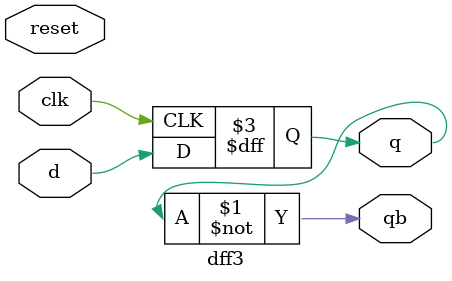
<source format=v>

module dff3 (
  input  d    ,
  input  clk  ,
  input  reset,
  output q    ,
  output qb
);

  reg q;

  assign qb = ~q;

  always @(posedge clk)
      q <= d;

endmodule


</source>
